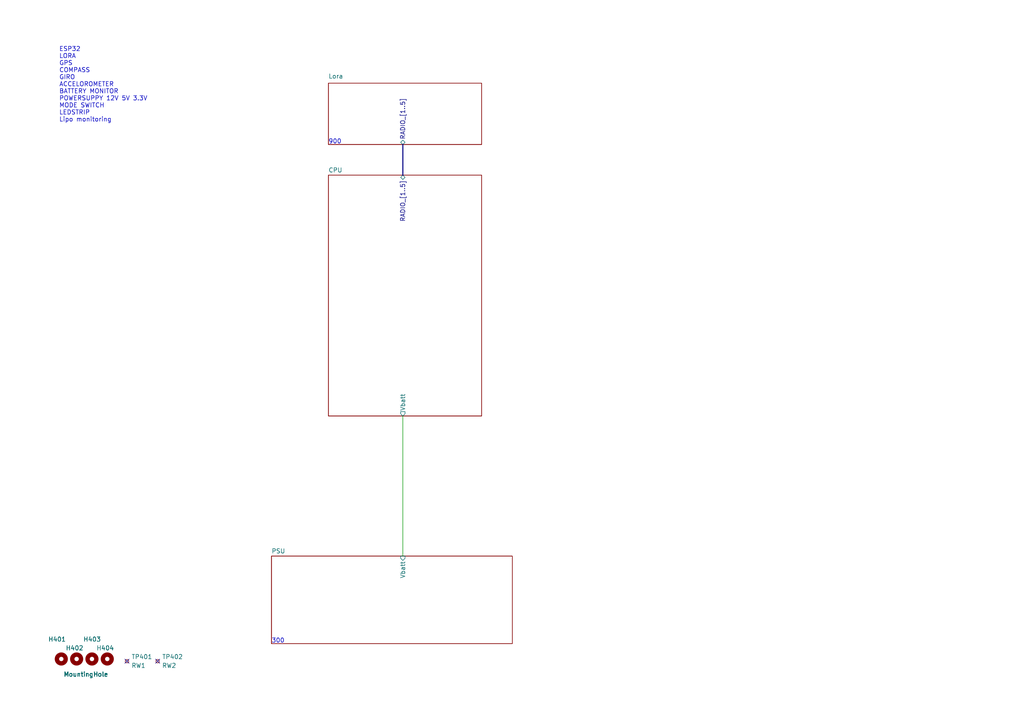
<source format=kicad_sch>
(kicad_sch (version 20231120) (generator "eeschema") (generator_version "8.0")
  (paper "A4")
  (title_block (title "NicE Buoy") (date "2023-06-20") (rev "1.1") (company "NicE Engineering"))
  (lib_symbols
    (symbol "Connector:TestPoint_Small" (pin_numbers hide) (pin_names (offset 0.762) hide)
      (property "Reference" "TP" (at 0 3.81 0))
      (property "Value" "TestPoint_Small" (at 0 2.032 0))
      (symbol "TestPoint_Small_0_1"
        (circle (center 0 0) (radius 0.508))
      )
      (symbol "TestPoint_Small_1_1"
        (pin passive line (at 0 0 90) (length 0) (name "1") (number "1"))
      )
    )
    (symbol "Mechanical:MountingHole" (pin_names (offset 1.016))
      (property "Reference" "H" (at 0 5.08 0))
      (property "Value" "MountingHole" (at 0 3.175 0))
      (symbol "MountingHole_0_1"
        (circle (center 0 0) (radius 1.27) (stroke (width 1.27)))
      )
    )
  )
  (no_connect (at 36.83 191.77))
  (no_connect (at 45.72 191.77))
  (wire (pts (xy 116.84 120.65) (xy 116.84 161.29)))
  (bus (pts (xy 116.84 41.91) (xy 116.84 50.8)))
  (text "300" (at 78.74 186.69 0) (effects (font (size 1.27 1.27)) (justify left bottom)))
  (text "ESP32\nLORA\nGPS\nCOMPASS\nGIRO\nACCELOROMETER\nBATTERY MONITOR\nPOWERSUPPY 12V 5V 3.3V\nMODE SWITCH\nLEDSTRIP\nLipo monitoring\n" (at 17.145 35.56 0) (effects (font (size 1.27 1.27)) (justify left bottom)))
  (text "900" (at 95.25 41.91 0) (effects (font (size 1.27 1.27)) (justify left bottom)))
  (symbol (lib_id "Connector:TestPoint_Small") (at 45.72 191.77 0) (unit 1) (in_bom no)
    (property "Reference" "TP402" (at 46.99 190.5 0) (effects (justify left)))
    (property "Value" "RW2" (at 46.99 193.04 0) (effects (justify left)))
    (property "Footprint" "A_Misc:ReworkPins" (effects (hide yes)))
  )
  (symbol (lib_id "Mechanical:MountingHole") (at 31.115 191.135 0) (unit 1) (in_bom no)
    (property "Reference" "H404" (at 27.94 187.96 0) (effects (justify left)))
    (property "Value" "MountingHole" (at 18.415 195.58 0) (effects (justify left)))
    (property "Footprint" "A_Mechanical:NPTH_M3" (effects (hide yes)))
  )
  (symbol (lib_id "Mechanical:MountingHole") (at 26.67 191.135 0) (unit 1) (in_bom no)
    (property "Reference" "H403" (at 24.13 185.42 0) (effects (justify left)))
    (property "Value" "MountingHole" (at 18.415 195.58 0) (effects (justify left)))
    (property "Footprint" "A_Mechanical:NPTH_M3" (effects (hide yes)))
  )
  (symbol (lib_id "Connector:TestPoint_Small") (at 36.83 191.77 0) (unit 1) (in_bom no)
    (property "Reference" "TP401" (at 38.1 190.5 0) (effects (justify left)))
    (property "Value" "RW1" (at 38.1 193.04 0) (effects (justify left)))
    (property "Footprint" "A_Misc:ReworkPins" (effects (hide yes)))
  )
  (symbol (lib_id "Mechanical:MountingHole") (at 22.225 191.135 0) (unit 1) (in_bom no)
    (property "Reference" "H402" (at 19.05 187.96 0) (effects (justify left)))
    (property "Value" "MountingHole" (at 18.415 195.58 0) (effects (justify left)))
    (property "Footprint" "A_Mechanical:NPTH_M3" (effects (hide yes)))
  )
  (symbol (lib_id "Mechanical:MountingHole") (at 17.78 191.135 0) (unit 1) (in_bom no)
    (property "Reference" "H401" (at 13.97 185.42 0) (effects (justify left)))
    (property "Value" "MountingHole" (at 18.415 195.58 0) (effects (justify left)))
    (property "Footprint" "A_Mechanical:NPTH_M3" (effects (hide yes)))
  )
  (sheet (at 95.25 24.13) (size 44.45 17.78) (stroke (width 0.1524))
    (property "Sheetname" "Lora" (at 95.25 22.86 0) (effects (justify left bottom)))
    (property "Sheetfile" "Lora.kicad_sch" (effects (hide yes)))
    (pin "RADIO_[1..5]" bidirectional (at 116.84 41.91 270))
  )
  (sheet (at 95.25 50.8) (size 44.45 69.85) (stroke (width 0.1524))
    (property "Sheetname" "CPU" (at 95.25 50.0884 0) (effects (justify left bottom)))
    (property "Sheetfile" "CPU_sch.kicad_sch" (effects (hide yes)))
    (pin "RADIO_[1..5]" bidirectional (at 116.84 50.8 90))
    (pin "Vbatt" output (at 116.84 120.65 270))
  )
  (sheet (at 78.74 161.29) (size 69.85 25.4) (stroke (width 0.1524))
    (property "Sheetname" "PSU" (at 78.74 160.5784 0) (effects (justify left bottom)))
    (property "Sheetfile" "PSU_sch.kicad_sch" (effects (hide yes)))
    (pin "Vbatt" input (at 116.84 161.29 90))
  )
)
</source>
